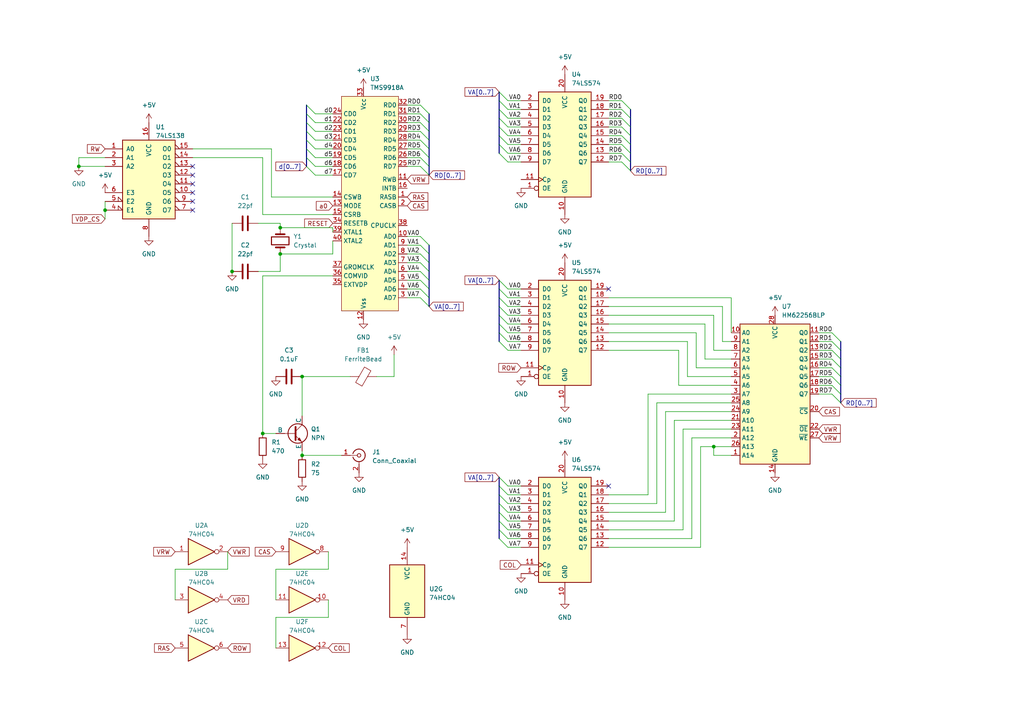
<source format=kicad_sch>
(kicad_sch (version 20230121) (generator eeschema)
  (paper "A4")
  (lib_symbols
    (symbol "74xx:74HC04"
      (property "Reference" "U" (at 0 1.27 0))
      (property "Value" "74HC04" (at 0 -1.27 0))
      (symbol "74HC04_1_0"
        (polyline (pts (xy -3.81 3.81) (xy -3.81 -3.81) (xy 3.81 0) (xy -3.81 3.81)) (stroke (width 0.254)) (fill (type background)))
        (pin input line (at -7.62 0 0) (length 3.81) (name "~") (number "1"))
        (pin output inverted (at 7.62 0 180) (length 3.81) (name "~") (number "2"))
      )
      (symbol "74HC04_2_0"
        (polyline (pts (xy -3.81 3.81) (xy -3.81 -3.81) (xy 3.81 0) (xy -3.81 3.81)) (stroke (width 0.254)) (fill (type background)))
        (pin input line (at -7.62 0 0) (length 3.81) (name "~") (number "3"))
        (pin output inverted (at 7.62 0 180) (length 3.81) (name "~") (number "4"))
      )
      (symbol "74HC04_3_0"
        (polyline (pts (xy -3.81 3.81) (xy -3.81 -3.81) (xy 3.81 0) (xy -3.81 3.81)) (stroke (width 0.254)) (fill (type background)))
        (pin input line (at -7.62 0 0) (length 3.81) (name "~") (number "5"))
        (pin output inverted (at 7.62 0 180) (length 3.81) (name "~") (number "6"))
      )
      (symbol "74HC04_4_0"
        (polyline (pts (xy -3.81 3.81) (xy -3.81 -3.81) (xy 3.81 0) (xy -3.81 3.81)) (stroke (width 0.254)) (fill (type background)))
        (pin output inverted (at 7.62 0 180) (length 3.81) (name "~") (number "8"))
        (pin input line (at -7.62 0 0) (length 3.81) (name "~") (number "9"))
      )
      (symbol "74HC04_5_0"
        (polyline (pts (xy -3.81 3.81) (xy -3.81 -3.81) (xy 3.81 0) (xy -3.81 3.81)) (stroke (width 0.254)) (fill (type background)))
        (pin output inverted (at 7.62 0 180) (length 3.81) (name "~") (number "10"))
        (pin input line (at -7.62 0 0) (length 3.81) (name "~") (number "11"))
      )
      (symbol "74HC04_6_0"
        (polyline (pts (xy -3.81 3.81) (xy -3.81 -3.81) (xy 3.81 0) (xy -3.81 3.81)) (stroke (width 0.254)) (fill (type background)))
        (pin output inverted (at 7.62 0 180) (length 3.81) (name "~") (number "12"))
        (pin input line (at -7.62 0 0) (length 3.81) (name "~") (number "13"))
      )
      (symbol "74HC04_7_0"
        (pin power_in line (at 0 12.7 270) (length 5.08) (name "VCC") (number "14"))
        (pin power_in line (at 0 -12.7 90) (length 5.08) (name "GND") (number "7"))
      )
      (symbol "74HC04_7_1"
        (rectangle (start -5.08 7.62) (end 5.08 -7.62) (stroke (width 0.254)) (fill (type background)))
      )
    )
    (symbol "74xx:74LS138" (pin_names (offset 1.016))
      (property "Reference" "U" (at -7.62 11.43 0))
      (property "Value" "74LS138" (at -7.62 -13.97 0))
      (symbol "74LS138_1_0"
        (pin input line (at -12.7 7.62 0) (length 5.08) (name "A0") (number "1"))
        (pin output output_low (at 12.7 -5.08 180) (length 5.08) (name "O5") (number "10"))
        (pin output output_low (at 12.7 -2.54 180) (length 5.08) (name "O4") (number "11"))
        (pin output output_low (at 12.7 0 180) (length 5.08) (name "O3") (number "12"))
        (pin output output_low (at 12.7 2.54 180) (length 5.08) (name "O2") (number "13"))
        (pin output output_low (at 12.7 5.08 180) (length 5.08) (name "O1") (number "14"))
        (pin output output_low (at 12.7 7.62 180) (length 5.08) (name "O0") (number "15"))
        (pin power_in line (at 0 15.24 270) (length 5.08) (name "VCC") (number "16"))
        (pin input line (at -12.7 5.08 0) (length 5.08) (name "A1") (number "2"))
        (pin input line (at -12.7 2.54 0) (length 5.08) (name "A2") (number "3"))
        (pin input input_low (at -12.7 -10.16 0) (length 5.08) (name "E1") (number "4"))
        (pin input input_low (at -12.7 -7.62 0) (length 5.08) (name "E2") (number "5"))
        (pin input line (at -12.7 -5.08 0) (length 5.08) (name "E3") (number "6"))
        (pin output output_low (at 12.7 -10.16 180) (length 5.08) (name "O7") (number "7"))
        (pin power_in line (at 0 -17.78 90) (length 5.08) (name "GND") (number "8"))
        (pin output output_low (at 12.7 -7.62 180) (length 5.08) (name "O6") (number "9"))
      )
      (symbol "74LS138_1_1"
        (rectangle (start -7.62 10.16) (end 7.62 -12.7) (stroke (width 0.254)) (fill (type background)))
      )
    )
    (symbol "74xx:74LS574" (pin_names (offset 1.016))
      (property "Reference" "U" (at -7.62 16.51 0))
      (property "Value" "74LS574" (at -7.62 -16.51 0))
      (symbol "74LS574_1_0"
        (pin input inverted (at -12.7 -12.7 0) (length 5.08) (name "OE") (number "1"))
        (pin power_in line (at 0 -20.32 90) (length 5.08) (name "GND") (number "10"))
        (pin input clock (at -12.7 -10.16 0) (length 5.08) (name "Cp") (number "11"))
        (pin tri_state line (at 12.7 -5.08 180) (length 5.08) (name "Q7") (number "12"))
        (pin tri_state line (at 12.7 -2.54 180) (length 5.08) (name "Q6") (number "13"))
        (pin tri_state line (at 12.7 0 180) (length 5.08) (name "Q5") (number "14"))
        (pin tri_state line (at 12.7 2.54 180) (length 5.08) (name "Q4") (number "15"))
        (pin tri_state line (at 12.7 5.08 180) (length 5.08) (name "Q3") (number "16"))
        (pin tri_state line (at 12.7 7.62 180) (length 5.08) (name "Q2") (number "17"))
        (pin tri_state line (at 12.7 10.16 180) (length 5.08) (name "Q1") (number "18"))
        (pin tri_state line (at 12.7 12.7 180) (length 5.08) (name "Q0") (number "19"))
        (pin input line (at -12.7 12.7 0) (length 5.08) (name "D0") (number "2"))
        (pin power_in line (at 0 20.32 270) (length 5.08) (name "VCC") (number "20"))
        (pin input line (at -12.7 10.16 0) (length 5.08) (name "D1") (number "3"))
        (pin input line (at -12.7 7.62 0) (length 5.08) (name "D2") (number "4"))
        (pin input line (at -12.7 5.08 0) (length 5.08) (name "D3") (number "5"))
        (pin input line (at -12.7 2.54 0) (length 5.08) (name "D4") (number "6"))
        (pin input line (at -12.7 0 0) (length 5.08) (name "D5") (number "7"))
        (pin input line (at -12.7 -2.54 0) (length 5.08) (name "D6") (number "8"))
        (pin input line (at -12.7 -5.08 0) (length 5.08) (name "D7") (number "9"))
      )
      (symbol "74LS574_1_1"
        (rectangle (start -7.62 15.24) (end 7.62 -15.24) (stroke (width 0.254)) (fill (type background)))
      )
    )
    (symbol "Connector:Conn_Coaxial" (pin_names (offset 1.016) hide)
      (property "Reference" "J" (at 0.254 3.048 0))
      (property "Value" "Conn_Coaxial" (at 2.921 0 90))
      (symbol "Conn_Coaxial_0_1"
        (arc (start -1.778 -0.508) (mid 0.2311 -1.8066) (end 1.778 0) (stroke (width 0.254)))
        (polyline (pts (xy -2.54 0) (xy -0.508 0)))
        (polyline (pts (xy 0 -2.54) (xy 0 -1.778)))
        (circle (center 0 0) (radius 0.508) (stroke (width 0.2032)))
        (arc (start 1.778 0) (mid 0.2099 1.8101) (end -1.778 0.508) (stroke (width 0.254)))
      )
      (symbol "Conn_Coaxial_1_1"
        (pin passive line (at -5.08 0 0) (length 2.54) (name "In") (number "1"))
        (pin passive line (at 0 -5.08 90) (length 2.54) (name "Ext") (number "2"))
      )
    )
    (symbol "Device:C" (pin_numbers hide) (pin_names (offset 0.254))
      (property "Reference" "C" (at 0.635 2.54 0))
      (property "Value" "C" (at 0.635 -2.54 0))
      (symbol "C_0_1"
        (polyline (pts (xy -2.032 -0.762) (xy 2.032 -0.762)) (stroke (width 0.508)))
        (polyline (pts (xy -2.032 0.762) (xy 2.032 0.762)) (stroke (width 0.508)))
      )
      (symbol "C_1_1"
        (pin passive line (at 0 3.81 270) (length 2.794) (name "~") (number "1"))
        (pin passive line (at 0 -3.81 90) (length 2.794) (name "~") (number "2"))
      )
    )
    (symbol "Device:Crystal" (pin_numbers hide) (pin_names (offset 1.016) hide)
      (property "Reference" "Y" (at 0 3.81 0))
      (property "Value" "Crystal" (at 0 -3.81 0))
      (symbol "Crystal_0_1"
        (rectangle (start -1.143 2.54) (end 1.143 -2.54) (stroke (width 0.3048)))
        (polyline (pts (xy -2.54 0) (xy -1.905 0)))
        (polyline (pts (xy -1.905 -1.27) (xy -1.905 1.27)) (stroke (width 0.508)))
        (polyline (pts (xy 1.905 -1.27) (xy 1.905 1.27)) (stroke (width 0.508)))
        (polyline (pts (xy 2.54 0) (xy 1.905 0)))
      )
      (symbol "Crystal_1_1"
        (pin passive line (at -3.81 0 0) (length 1.27) (name "1") (number "1"))
        (pin passive line (at 3.81 0 180) (length 1.27) (name "2") (number "2"))
      )
    )
    (symbol "Device:FerriteBead" (pin_numbers hide) (pin_names (offset 0))
      (property "Reference" "FB" (at -3.81 0.635 90))
      (property "Value" "FerriteBead" (at 3.81 0 90))
      (symbol "FerriteBead_0_1"
        (polyline (pts (xy 0 -1.27) (xy 0 -1.2192)))
        (polyline (pts (xy 0 1.27) (xy 0 1.2954)))
        (polyline (pts (xy -2.7686 0.4064) (xy -1.7018 2.2606) (xy 2.7686 -0.3048) (xy 1.6764 -2.159) (xy -2.7686 0.4064)))
      )
      (symbol "FerriteBead_1_1"
        (pin passive line (at 0 3.81 270) (length 2.54) (name "~") (number "1"))
        (pin passive line (at 0 -3.81 90) (length 2.54) (name "~") (number "2"))
      )
    )
    (symbol "Device:R" (pin_numbers hide) (pin_names (offset 0))
      (property "Reference" "R" (at 2.032 0 90))
      (property "Value" "R" (at 0 0 90))
      (symbol "R_0_1"
        (rectangle (start -1.016 -2.54) (end 1.016 2.54) (stroke (width 0.254)))
      )
      (symbol "R_1_1"
        (pin passive line (at 0 3.81 270) (length 1.27) (name "~") (number "1"))
        (pin passive line (at 0 -3.81 90) (length 1.27) (name "~") (number "2"))
      )
    )
    (symbol "GraphicsLibrary:TMS9918A"
      (property "Reference" "U" (at 0 30.48 0))
      (property "Value" "TMS9918A" (at 0.635 28.575 0))
      (symbol "TMS9918A_0_0"
        (text "" (at 8.89 -6.35 0) (effects (font (size 1.27 1.27))))
      )
      (symbol "TMS9918A_0_1"
        (rectangle (start -6.35 22.86) (end 10.16 -39.37) (fill (type background)))
      )
      (symbol "TMS9918A_1_0"
        (pin input line (at -8.89 -19.05 0) (length 2.54) (name "XTAL2") (number "40"))
      )
      (symbol "TMS9918A_1_1"
        (pin output line (at 12.7 -6.35 180) (length 2.54) (name "RASB") (number "1"))
        (pin output line (at 12.7 -17.78 180) (length 2.54) (name "AD0") (number "10"))
        (pin output line (at 12.7 -1.27 180) (length 2.54) (name "RWB") (number "11"))
        (pin power_in line (at 0 -41.91 90) (length 2.54) (name "Vss") (number "12"))
        (pin input line (at -8.89 -8.89 0) (length 2.54) (name "MODE") (number "13"))
        (pin input line (at -8.89 -6.35 0) (length 2.54) (name "CSWB") (number "14"))
        (pin input line (at -8.89 -11.43 0) (length 2.54) (name "CSRB") (number "15"))
        (pin output line (at 12.7 -3.81 180) (length 2.54) (name "INTB") (number "16"))
        (pin bidirectional line (at -8.89 0 0) (length 2.54) (name "CD7") (number "17"))
        (pin bidirectional line (at -8.89 2.54 0) (length 2.54) (name "CD6") (number "18"))
        (pin bidirectional line (at -8.89 5.08 0) (length 2.54) (name "CD5") (number "19"))
        (pin output line (at 12.7 -8.89 180) (length 2.54) (name "CASB") (number "2"))
        (pin bidirectional line (at -8.89 7.62 0) (length 2.54) (name "CD4") (number "20"))
        (pin bidirectional line (at -8.89 10.16 0) (length 2.54) (name "CD3") (number "21"))
        (pin bidirectional line (at -8.89 15.24 0) (length 2.54) (name "CD2") (number "22"))
        (pin bidirectional line (at -8.89 12.7 0) (length 2.54) (name "CD1") (number "23"))
        (pin bidirectional line (at -8.89 17.78 0) (length 2.54) (name "CD0") (number "24"))
        (pin input line (at 12.7 2.54 180) (length 2.54) (name "RD7") (number "25"))
        (pin input line (at 12.7 5.08 180) (length 2.54) (name "RD6") (number "26"))
        (pin input line (at 12.7 7.62 180) (length 2.54) (name "RD5") (number "27"))
        (pin input line (at 12.7 10.16 180) (length 2.54) (name "RD4") (number "28"))
        (pin input line (at 12.7 12.7 180) (length 2.54) (name "RD3") (number "29"))
        (pin output line (at 12.7 -35.56 180) (length 2.54) (name "AD7") (number "3"))
        (pin input line (at 12.7 15.24 180) (length 2.54) (name "RD2") (number "30"))
        (pin input line (at 12.7 17.78 180) (length 2.54) (name "RD1") (number "31"))
        (pin input line (at 12.7 20.32 180) (length 2.54) (name "RD0") (number "32"))
        (pin power_in line (at 0 25.4 270) (length 2.54) (name "Vcc") (number "33"))
        (pin input line (at -8.89 -13.97 0) (length 2.54) (name "RESETB") (number "34"))
        (pin bidirectional line (at -8.89 -31.75 0) (length 2.54) (name "EXTVDP") (number "35"))
        (pin output line (at -8.89 -29.21 0) (length 2.54) (name "COMVID") (number "36"))
        (pin output line (at -8.89 -26.67 0) (length 2.54) (name "GROMCLK") (number "37"))
        (pin output line (at 12.7 -14.605 180) (length 2.54) (name "CPUCLK") (number "38"))
        (pin input line (at -8.89 -16.51 0) (length 2.54) (name "XTAL1") (number "39"))
        (pin output line (at 12.7 -33.02 180) (length 2.54) (name "AD6") (number "4"))
        (pin output line (at 12.7 -30.48 180) (length 2.54) (name "AD5") (number "5"))
        (pin output line (at 12.7 -27.94 180) (length 2.54) (name "AD4") (number "6"))
        (pin output line (at 12.7 -25.4 180) (length 2.54) (name "AD3") (number "7"))
        (pin output line (at 12.7 -22.86 180) (length 2.54) (name "AD2") (number "8"))
        (pin output line (at 12.7 -20.32 180) (length 2.54) (name "AD1") (number "9"))
      )
    )
    (symbol "Memory_RAM:HM62256BLP"
      (property "Reference" "U" (at -10.16 20.955 0))
      (property "Value" "HM62256BLP" (at 2.54 20.955 0))
      (symbol "HM62256BLP_0_0"
        (pin power_in line (at 0 -22.86 90) (length 2.54) (name "GND") (number "14"))
        (pin power_in line (at 0 22.86 270) (length 2.54) (name "VCC") (number "28"))
      )
      (symbol "HM62256BLP_0_1"
        (rectangle (start -10.16 20.32) (end 10.16 -20.32) (stroke (width 0.254)) (fill (type background)))
      )
      (symbol "HM62256BLP_1_1"
        (pin input line (at -12.7 -17.78 0) (length 2.54) (name "A14") (number "1"))
        (pin input line (at -12.7 17.78 0) (length 2.54) (name "A0") (number "10"))
        (pin tri_state line (at 12.7 17.78 180) (length 2.54) (name "Q0") (number "11"))
        (pin tri_state line (at 12.7 15.24 180) (length 2.54) (name "Q1") (number "12"))
        (pin tri_state line (at 12.7 12.7 180) (length 2.54) (name "Q2") (number "13"))
        (pin tri_state line (at 12.7 10.16 180) (length 2.54) (name "Q3") (number "15"))
        (pin tri_state line (at 12.7 7.62 180) (length 2.54) (name "Q4") (number "16"))
        (pin tri_state line (at 12.7 5.08 180) (length 2.54) (name "Q5") (number "17"))
        (pin tri_state line (at 12.7 2.54 180) (length 2.54) (name "Q6") (number "18"))
        (pin tri_state line (at 12.7 0 180) (length 2.54) (name "Q7") (number "19"))
        (pin input line (at -12.7 -12.7 0) (length 2.54) (name "A12") (number "2"))
        (pin input line (at 12.7 -5.08 180) (length 2.54) (name "~{CS}") (number "20"))
        (pin input line (at -12.7 -7.62 0) (length 2.54) (name "A10") (number "21"))
        (pin input line (at 12.7 -10.16 180) (length 2.54) (name "~{OE}") (number "22"))
        (pin input line (at -12.7 -10.16 0) (length 2.54) (name "A11") (number "23"))
        (pin input line (at -12.7 -5.08 0) (length 2.54) (name "A9") (number "24"))
        (pin input line (at -12.7 -2.54 0) (length 2.54) (name "A8") (number "25"))
        (pin input line (at -12.7 -15.24 0) (length 2.54) (name "A13") (number "26"))
        (pin input line (at 12.7 -12.7 180) (length 2.54) (name "~{WE}") (number "27"))
        (pin input line (at -12.7 0 0) (length 2.54) (name "A7") (number "3"))
        (pin input line (at -12.7 2.54 0) (length 2.54) (name "A6") (number "4"))
        (pin input line (at -12.7 5.08 0) (length 2.54) (name "A5") (number "5"))
        (pin input line (at -12.7 7.62 0) (length 2.54) (name "A4") (number "6"))
        (pin input line (at -12.7 10.16 0) (length 2.54) (name "A3") (number "7"))
        (pin input line (at -12.7 12.7 0) (length 2.54) (name "A2") (number "8"))
        (pin input line (at -12.7 15.24 0) (length 2.54) (name "A1") (number "9"))
      )
    )
    (symbol "Simulation_SPICE:NPN" (pin_numbers hide) (pin_names (offset 0))
      (property "Reference" "Q" (at -2.54 7.62 0))
      (property "Value" "NPN" (at -2.54 5.08 0))
      (symbol "NPN_0_1"
        (polyline (pts (xy -2.54 0) (xy 0.635 0)) (stroke (width 0.1524)))
        (polyline (pts (xy 0.635 0.635) (xy 2.54 2.54)))
        (polyline (pts (xy 2.794 -1.27) (xy 2.794 -1.27)) (stroke (width 0.1524)))
        (polyline (pts (xy 2.794 -1.27) (xy 2.794 -1.27)) (stroke (width 0.1524)))
        (polyline (pts (xy 0.635 -0.635) (xy 2.54 -2.54) (xy 2.54 -2.54)))
        (polyline (pts (xy 0.635 1.905) (xy 0.635 -1.905) (xy 0.635 -1.905)) (stroke (width 0.508)))
        (polyline (pts (xy 1.27 -1.778) (xy 1.778 -1.27) (xy 2.286 -2.286) (xy 1.27 -1.778) (xy 1.27 -1.778)) (fill (type outline)))
        (circle (center 1.27 0) (radius 2.8194) (stroke (width 0.254)))
      )
      (symbol "NPN_1_1"
        (pin open_collector line (at 2.54 5.08 270) (length 2.54) (name "C") (number "1"))
        (pin input line (at -5.08 0 0) (length 2.54) (name "B") (number "2"))
        (pin open_emitter line (at 2.54 -5.08 90) (length 2.54) (name "E") (number "3"))
      )
    )
    (symbol "power:+5V" (power) (pin_names (offset 0))
      (property "Value" "+5V" (at 0 3.556 0))
      (symbol "+5V_0_1"
        (polyline (pts (xy -0.762 1.27) (xy 0 2.54)))
        (polyline (pts (xy 0 0) (xy 0 2.54)))
        (polyline (pts (xy 0 2.54) (xy 0.762 1.27)))
      )
      (symbol "+5V_1_1"
        (pin power_in line (at 0 0 90) (length 0) hide (name "+5V") (number "1"))
      )
    )
    (symbol "power:GND" (power) (pin_names (offset 0))
      (property "Value" "GND" (at 0 -3.81 0))
      (symbol "GND_0_1"
        (polyline (pts (xy 0 0) (xy 0 -1.27) (xy 1.27 -1.27) (xy 0 -2.54) (xy -1.27 -1.27) (xy 0 -1.27)))
      )
      (symbol "GND_1_1"
        (pin power_in line (at 0 0 270) (length 0) hide (name "GND") (number "1"))
      )
    )
  )
  (junction (at 207.01 129.54))
  (junction (at 67.31 78.74))
  (junction (at 30.48 60.96))
  (junction (at 81.28 66.04))
  (junction (at 81.28 73.66))
  (junction (at 22.86 48.26))
  (junction (at 87.63 109.22))
  (junction (at 76.2 125.73))
  (junction (at 87.63 132.08))
  (no_connect (at 55.88 60.96))
  (no_connect (at 55.88 53.34))
  (no_connect (at 55.88 58.42))
  (no_connect (at 55.88 48.26))
  (no_connect (at 55.88 55.88))
  (no_connect (at 176.53 83.82))
  (no_connect (at 55.88 50.8))
  (no_connect (at 176.53 140.97))
  (bus_entry (at 147.32 146.05) (size -2.54 -2.54))
  (bus_entry (at 147.32 101.6) (size -2.54 -2.54))
  (bus_entry (at 121.92 33.02) (size 2.54 2.54))
  (bus_entry (at 147.32 96.52) (size -2.54 -2.54))
  (bus_entry (at 147.32 91.44) (size -2.54 -2.54))
  (bus_entry (at 147.32 148.59) (size -2.54 -2.54))
  (bus_entry (at 121.92 30.48) (size 2.54 2.54))
  (bus_entry (at 121.92 78.74) (size 2.54 2.54))
  (bus_entry (at 241.3 114.3) (size 2.54 2.54))
  (bus_entry (at 121.92 48.26) (size 2.54 2.54))
  (bus_entry (at 241.3 111.76) (size 2.54 2.54))
  (bus_entry (at 147.32 31.75) (size -2.54 -2.54))
  (bus_entry (at 147.32 88.9) (size -2.54 -2.54))
  (bus_entry (at 88.9 43.18) (size 2.54 2.54))
  (bus_entry (at 88.9 48.26) (size 2.54 2.54))
  (bus_entry (at 147.32 93.98) (size -2.54 -2.54))
  (bus_entry (at 121.92 45.72) (size 2.54 2.54))
  (bus_entry (at 121.92 38.1) (size 2.54 2.54))
  (bus_entry (at 88.9 35.56) (size 2.54 2.54))
  (bus_entry (at 147.32 46.99) (size -2.54 -2.54))
  (bus_entry (at 88.9 38.1) (size 2.54 2.54))
  (bus_entry (at 121.92 68.58) (size 2.54 2.54))
  (bus_entry (at 147.32 151.13) (size -2.54 -2.54))
  (bus_entry (at 241.3 109.22) (size 2.54 2.54))
  (bus_entry (at 147.32 83.82) (size -2.54 -2.54))
  (bus_entry (at 121.92 86.36) (size 2.54 2.54))
  (bus_entry (at 180.34 44.45) (size 2.54 2.54))
  (bus_entry (at 88.9 40.64) (size 2.54 2.54))
  (bus_entry (at 180.34 29.21) (size 2.54 2.54))
  (bus_entry (at 147.32 99.06) (size -2.54 -2.54))
  (bus_entry (at 147.32 140.97) (size -2.54 -2.54))
  (bus_entry (at 180.34 31.75) (size 2.54 2.54))
  (bus_entry (at 147.32 158.75) (size -2.54 -2.54))
  (bus_entry (at 147.32 143.51) (size -2.54 -2.54))
  (bus_entry (at 147.32 86.36) (size -2.54 -2.54))
  (bus_entry (at 147.32 153.67) (size -2.54 -2.54))
  (bus_entry (at 180.34 39.37) (size 2.54 2.54))
  (bus_entry (at 241.3 99.06) (size 2.54 2.54))
  (bus_entry (at 180.34 34.29) (size 2.54 2.54))
  (bus_entry (at 121.92 43.18) (size 2.54 2.54))
  (bus_entry (at 147.32 29.21) (size -2.54 -2.54))
  (bus_entry (at 88.9 45.72) (size 2.54 2.54))
  (bus_entry (at 121.92 35.56) (size 2.54 2.54))
  (bus_entry (at 241.3 101.6) (size 2.54 2.54))
  (bus_entry (at 147.32 44.45) (size -2.54 -2.54))
  (bus_entry (at 88.9 33.02) (size 2.54 2.54))
  (bus_entry (at 121.92 73.66) (size 2.54 2.54))
  (bus_entry (at 147.32 39.37) (size -2.54 -2.54))
  (bus_entry (at 241.3 106.68) (size 2.54 2.54))
  (bus_entry (at 241.3 104.14) (size 2.54 2.54))
  (bus_entry (at 147.32 156.21) (size -2.54 -2.54))
  (bus_entry (at 121.92 71.12) (size 2.54 2.54))
  (bus_entry (at 180.34 36.83) (size 2.54 2.54))
  (bus_entry (at 121.92 76.2) (size 2.54 2.54))
  (bus_entry (at 180.34 41.91) (size 2.54 2.54))
  (bus_entry (at 147.32 36.83) (size -2.54 -2.54))
  (bus_entry (at 121.92 83.82) (size 2.54 2.54))
  (bus_entry (at 121.92 81.28) (size 2.54 2.54))
  (bus_entry (at 147.32 34.29) (size -2.54 -2.54))
  (bus_entry (at 241.3 96.52) (size 2.54 2.54))
  (bus_entry (at 88.9 30.48) (size 2.54 2.54))
  (bus_entry (at 180.34 46.99) (size 2.54 2.54))
  (bus_entry (at 147.32 41.91) (size -2.54 -2.54))
  (bus_entry (at 121.92 40.64) (size 2.54 2.54))
  (wire (pts (xy 199.39 109.22) (xy 199.39 99.06)))
  (wire (pts (xy 118.11 45.72) (xy 121.92 45.72)))
  (bus (pts (xy 144.78 96.52) (xy 144.78 93.98)))
  (wire (pts (xy 80.01 165.1) (xy 80.01 173.99)))
  (bus (pts (xy 124.46 45.72) (xy 124.46 48.26)))
  (wire (pts (xy 151.13 34.29) (xy 147.32 34.29)))
  (wire (pts (xy 200.66 156.21) (xy 200.66 127)))
  (wire (pts (xy 237.49 101.6) (xy 241.3 101.6)))
  (wire (pts (xy 114.3 109.22) (xy 114.3 102.87)))
  (wire (pts (xy 176.53 44.45) (xy 180.34 44.45)))
  (bus (pts (xy 144.78 83.82) (xy 144.78 81.28)))
  (bus (pts (xy 144.78 36.83) (xy 144.78 34.29)))
  (wire (pts (xy 81.28 64.77) (xy 81.28 66.04)))
  (bus (pts (xy 124.46 40.64) (xy 124.46 43.18)))
  (wire (pts (xy 237.49 99.06) (xy 241.3 99.06)))
  (wire (pts (xy 176.53 29.21) (xy 180.34 29.21)))
  (wire (pts (xy 176.53 46.99) (xy 180.34 46.99)))
  (bus (pts (xy 88.9 43.18) (xy 88.9 45.72)))
  (wire (pts (xy 30.48 60.96) (xy 30.48 63.5)))
  (bus (pts (xy 144.78 41.91) (xy 144.78 39.37)))
  (bus (pts (xy 124.46 76.2) (xy 124.46 78.74)))
  (wire (pts (xy 176.53 156.21) (xy 200.66 156.21)))
  (wire (pts (xy 118.11 40.64) (xy 121.92 40.64)))
  (wire (pts (xy 76.2 62.23) (xy 76.2 45.72)))
  (bus (pts (xy 88.9 40.64) (xy 88.9 43.18)))
  (wire (pts (xy 204.47 93.98) (xy 176.53 93.98)))
  (wire (pts (xy 96.52 62.23) (xy 76.2 62.23)))
  (wire (pts (xy 176.53 31.75) (xy 180.34 31.75)))
  (wire (pts (xy 118.11 48.26) (xy 121.92 48.26)))
  (wire (pts (xy 187.96 114.3) (xy 212.09 114.3)))
  (wire (pts (xy 237.49 96.52) (xy 241.3 96.52)))
  (wire (pts (xy 151.13 31.75) (xy 147.32 31.75)))
  (bus (pts (xy 88.9 30.48) (xy 88.9 33.02)))
  (bus (pts (xy 124.46 33.02) (xy 124.46 35.56)))
  (wire (pts (xy 203.2 129.54) (xy 207.01 129.54)))
  (wire (pts (xy 151.13 44.45) (xy 147.32 44.45)))
  (bus (pts (xy 144.78 143.51) (xy 144.78 140.97)))
  (wire (pts (xy 212.09 101.6) (xy 207.01 101.6)))
  (wire (pts (xy 209.55 88.9) (xy 176.53 88.9)))
  (wire (pts (xy 87.63 132.08) (xy 87.63 130.81)))
  (wire (pts (xy 237.49 106.68) (xy 241.3 106.68)))
  (wire (pts (xy 66.04 160.02) (xy 66.04 165.1)))
  (wire (pts (xy 198.12 124.46) (xy 212.09 124.46)))
  (wire (pts (xy 96.52 73.66) (xy 96.52 69.85)))
  (wire (pts (xy 212.09 111.76) (xy 196.85 111.76)))
  (bus (pts (xy 88.9 33.02) (xy 88.9 35.56)))
  (wire (pts (xy 109.22 109.22) (xy 114.3 109.22)))
  (bus (pts (xy 124.46 83.82) (xy 124.46 86.36)))
  (wire (pts (xy 81.28 78.74) (xy 81.28 73.66)))
  (wire (pts (xy 203.2 158.75) (xy 203.2 129.54)))
  (wire (pts (xy 198.12 153.67) (xy 198.12 124.46)))
  (wire (pts (xy 193.04 119.38) (xy 212.09 119.38)))
  (bus (pts (xy 144.78 156.21) (xy 144.78 153.67)))
  (wire (pts (xy 95.25 173.99) (xy 95.25 179.07)))
  (bus (pts (xy 182.88 31.75) (xy 182.88 34.29)))
  (wire (pts (xy 176.53 158.75) (xy 203.2 158.75)))
  (wire (pts (xy 151.13 101.6) (xy 147.32 101.6)))
  (wire (pts (xy 118.11 43.18) (xy 121.92 43.18)))
  (wire (pts (xy 91.44 40.64) (xy 96.52 40.64)))
  (wire (pts (xy 78.74 57.15) (xy 78.74 43.18)))
  (bus (pts (xy 88.9 38.1) (xy 88.9 40.64)))
  (wire (pts (xy 81.28 66.04) (xy 96.52 66.04)))
  (wire (pts (xy 81.28 73.66) (xy 96.52 73.66)))
  (bus (pts (xy 144.78 34.29) (xy 144.78 31.75)))
  (bus (pts (xy 182.88 39.37) (xy 182.88 41.91)))
  (wire (pts (xy 187.96 143.51) (xy 187.96 114.3)))
  (bus (pts (xy 182.88 34.29) (xy 182.88 36.83)))
  (wire (pts (xy 118.11 38.1) (xy 121.92 38.1)))
  (bus (pts (xy 182.88 36.83) (xy 182.88 39.37)))
  (bus (pts (xy 144.78 146.05) (xy 144.78 143.51)))
  (wire (pts (xy 151.13 91.44) (xy 147.32 91.44)))
  (wire (pts (xy 67.31 64.77) (xy 67.31 78.74)))
  (wire (pts (xy 87.63 120.65) (xy 87.63 109.22)))
  (bus (pts (xy 144.78 31.75) (xy 144.78 29.21)))
  (wire (pts (xy 118.11 76.2) (xy 121.92 76.2)))
  (wire (pts (xy 151.13 46.99) (xy 147.32 46.99)))
  (wire (pts (xy 95.25 165.1) (xy 80.01 165.1)))
  (bus (pts (xy 243.84 114.3) (xy 243.84 116.84)))
  (bus (pts (xy 88.9 35.56) (xy 88.9 38.1)))
  (bus (pts (xy 243.84 109.22) (xy 243.84 111.76)))
  (wire (pts (xy 96.52 66.04) (xy 96.52 67.31)))
  (wire (pts (xy 151.13 39.37) (xy 147.32 39.37)))
  (wire (pts (xy 91.44 35.56) (xy 96.52 35.56)))
  (wire (pts (xy 151.13 93.98) (xy 147.32 93.98)))
  (wire (pts (xy 76.2 45.72) (xy 55.88 45.72)))
  (bus (pts (xy 243.84 104.14) (xy 243.84 106.68)))
  (bus (pts (xy 144.78 39.37) (xy 144.78 36.83)))
  (wire (pts (xy 91.44 50.8) (xy 96.52 50.8)))
  (wire (pts (xy 237.49 114.3) (xy 241.3 114.3)))
  (wire (pts (xy 91.44 43.18) (xy 96.52 43.18)))
  (bus (pts (xy 182.88 41.91) (xy 182.88 44.45)))
  (wire (pts (xy 207.01 132.08) (xy 207.01 129.54)))
  (wire (pts (xy 176.53 86.36) (xy 212.09 86.36)))
  (wire (pts (xy 176.53 153.67) (xy 198.12 153.67)))
  (wire (pts (xy 151.13 83.82) (xy 147.32 83.82)))
  (wire (pts (xy 207.01 129.54) (xy 212.09 129.54)))
  (wire (pts (xy 87.63 132.08) (xy 99.06 132.08)))
  (bus (pts (xy 243.84 106.68) (xy 243.84 109.22)))
  (wire (pts (xy 207.01 101.6) (xy 207.01 91.44)))
  (wire (pts (xy 176.53 39.37) (xy 180.34 39.37)))
  (wire (pts (xy 195.58 151.13) (xy 195.58 121.92)))
  (wire (pts (xy 151.13 146.05) (xy 147.32 146.05)))
  (wire (pts (xy 176.53 34.29) (xy 180.34 34.29)))
  (wire (pts (xy 91.44 45.72) (xy 96.52 45.72)))
  (wire (pts (xy 151.13 29.21) (xy 147.32 29.21)))
  (bus (pts (xy 124.46 35.56) (xy 124.46 38.1)))
  (wire (pts (xy 237.49 109.22) (xy 241.3 109.22)))
  (wire (pts (xy 212.09 99.06) (xy 209.55 99.06)))
  (wire (pts (xy 118.11 30.48) (xy 121.92 30.48)))
  (bus (pts (xy 182.88 46.99) (xy 182.88 49.53)))
  (bus (pts (xy 124.46 43.18) (xy 124.46 45.72)))
  (bus (pts (xy 144.78 44.45) (xy 144.78 41.91)))
  (wire (pts (xy 176.53 36.83) (xy 180.34 36.83)))
  (wire (pts (xy 212.09 86.36) (xy 212.09 96.52)))
  (bus (pts (xy 243.84 99.06) (xy 243.84 101.6)))
  (bus (pts (xy 144.78 151.13) (xy 144.78 148.59)))
  (wire (pts (xy 176.53 143.51) (xy 187.96 143.51)))
  (bus (pts (xy 88.9 45.72) (xy 88.9 48.26)))
  (wire (pts (xy 151.13 151.13) (xy 147.32 151.13)))
  (wire (pts (xy 151.13 156.21) (xy 147.32 156.21)))
  (wire (pts (xy 237.49 104.14) (xy 241.3 104.14)))
  (wire (pts (xy 80.01 179.07) (xy 80.01 187.96)))
  (bus (pts (xy 124.46 48.26) (xy 124.46 50.8)))
  (wire (pts (xy 118.11 35.56) (xy 121.92 35.56)))
  (bus (pts (xy 243.84 111.76) (xy 243.84 114.3)))
  (wire (pts (xy 96.52 57.15) (xy 78.74 57.15)))
  (wire (pts (xy 95.25 160.02) (xy 95.25 165.1)))
  (wire (pts (xy 118.11 86.36) (xy 121.92 86.36)))
  (wire (pts (xy 196.85 111.76) (xy 196.85 101.6)))
  (wire (pts (xy 199.39 99.06) (xy 176.53 99.06)))
  (wire (pts (xy 151.13 148.59) (xy 147.32 148.59)))
  (wire (pts (xy 118.11 68.58) (xy 121.92 68.58)))
  (wire (pts (xy 207.01 91.44) (xy 176.53 91.44)))
  (wire (pts (xy 91.44 48.26) (xy 96.52 48.26)))
  (wire (pts (xy 212.09 104.14) (xy 204.47 104.14)))
  (bus (pts (xy 144.78 148.59) (xy 144.78 146.05)))
  (wire (pts (xy 209.55 99.06) (xy 209.55 88.9)))
  (wire (pts (xy 91.44 38.1) (xy 96.52 38.1)))
  (wire (pts (xy 118.11 83.82) (xy 121.92 83.82)))
  (wire (pts (xy 212.09 109.22) (xy 199.39 109.22)))
  (wire (pts (xy 151.13 140.97) (xy 147.32 140.97)))
  (wire (pts (xy 78.74 43.18) (xy 55.88 43.18)))
  (wire (pts (xy 176.53 146.05) (xy 190.5 146.05)))
  (bus (pts (xy 144.78 153.67) (xy 144.78 151.13)))
  (wire (pts (xy 30.48 45.72) (xy 22.86 45.72)))
  (bus (pts (xy 144.78 29.21) (xy 144.78 26.67)))
  (wire (pts (xy 118.11 33.02) (xy 121.92 33.02)))
  (bus (pts (xy 124.46 73.66) (xy 124.46 76.2)))
  (wire (pts (xy 118.11 73.66) (xy 121.92 73.66)))
  (wire (pts (xy 237.49 111.76) (xy 241.3 111.76)))
  (bus (pts (xy 124.46 38.1) (xy 124.46 40.64)))
  (wire (pts (xy 176.53 151.13) (xy 195.58 151.13)))
  (bus (pts (xy 182.88 44.45) (xy 182.88 46.99)))
  (bus (pts (xy 144.78 140.97) (xy 144.78 138.43)))
  (wire (pts (xy 190.5 146.05) (xy 190.5 116.84)))
  (bus (pts (xy 144.78 86.36) (xy 144.78 83.82)))
  (wire (pts (xy 91.44 33.02) (xy 96.52 33.02)))
  (bus (pts (xy 144.78 88.9) (xy 144.78 86.36)))
  (wire (pts (xy 204.47 104.14) (xy 204.47 93.98)))
  (bus (pts (xy 144.78 91.44) (xy 144.78 88.9)))
  (wire (pts (xy 196.85 101.6) (xy 176.53 101.6)))
  (wire (pts (xy 76.2 80.01) (xy 76.2 125.73)))
  (wire (pts (xy 212.09 132.08) (xy 207.01 132.08)))
  (wire (pts (xy 30.48 58.42) (xy 30.48 60.96)))
  (wire (pts (xy 193.04 148.59) (xy 193.04 119.38)))
  (wire (pts (xy 151.13 143.51) (xy 147.32 143.51)))
  (bus (pts (xy 124.46 81.28) (xy 124.46 83.82)))
  (wire (pts (xy 195.58 121.92) (xy 212.09 121.92)))
  (wire (pts (xy 87.63 109.22) (xy 101.6 109.22)))
  (wire (pts (xy 151.13 41.91) (xy 147.32 41.91)))
  (wire (pts (xy 151.13 36.83) (xy 147.32 36.83)))
  (wire (pts (xy 95.25 179.07) (xy 80.01 179.07)))
  (wire (pts (xy 200.66 127) (xy 212.09 127)))
  (wire (pts (xy 151.13 153.67) (xy 147.32 153.67)))
  (wire (pts (xy 190.5 116.84) (xy 212.09 116.84)))
  (wire (pts (xy 76.2 125.73) (xy 80.01 125.73)))
  (bus (pts (xy 124.46 71.12) (xy 124.46 73.66)))
  (bus (pts (xy 144.78 99.06) (xy 144.78 96.52)))
  (wire (pts (xy 151.13 88.9) (xy 147.32 88.9)))
  (bus (pts (xy 144.78 93.98) (xy 144.78 91.44)))
  (wire (pts (xy 50.8 165.1) (xy 50.8 173.99)))
  (wire (pts (xy 118.11 78.74) (xy 121.92 78.74)))
  (wire (pts (xy 118.11 81.28) (xy 121.92 81.28)))
  (wire (pts (xy 22.86 48.26) (xy 30.48 48.26)))
  (wire (pts (xy 176.53 41.91) (xy 180.34 41.91)))
  (wire (pts (xy 118.11 71.12) (xy 121.92 71.12)))
  (wire (pts (xy 201.93 96.52) (xy 176.53 96.52)))
  (wire (pts (xy 151.13 158.75) (xy 147.32 158.75)))
  (wire (pts (xy 66.04 165.1) (xy 50.8 165.1)))
  (bus (pts (xy 124.46 86.36) (xy 124.46 88.9)))
  (bus (pts (xy 124.46 78.74) (xy 124.46 81.28)))
  (wire (pts (xy 22.86 45.72) (xy 22.86 48.26)))
  (wire (pts (xy 212.09 106.68) (xy 201.93 106.68)))
  (wire (pts (xy 74.93 64.77) (xy 81.28 64.77)))
  (bus (pts (xy 243.84 101.6) (xy 243.84 104.14)))
  (wire (pts (xy 151.13 86.36) (xy 147.32 86.36)))
  (wire (pts (xy 151.13 96.52) (xy 147.32 96.52)))
  (wire (pts (xy 201.93 106.68) (xy 201.93 96.52)))
  (wire (pts (xy 96.52 80.01) (xy 76.2 80.01)))
  (wire (pts (xy 151.13 99.06) (xy 147.32 99.06)))
  (wire (pts (xy 74.93 78.74) (xy 81.28 78.74)))
  (wire (pts (xy 176.53 148.59) (xy 193.04 148.59)))
  (label "VA0" (at 118.11 68.58 0))
  (label "VA3" (at 151.13 36.83 180))
  (label "RD2" (at 176.53 34.29 0))
  (label "VA2" (at 118.11 73.66 0))
  (label "d1" (at 93.98 35.56 0))
  (label "RD3" (at 118.11 38.1 0))
  (label "VA5" (at 118.11 81.28 0))
  (label "VA4" (at 151.13 151.13 180))
  (label "RD0" (at 237.49 96.52 0))
  (label "d6" (at 93.98 48.26 0))
  (label "VA1" (at 151.13 86.36 180))
  (label "RD1" (at 237.49 99.06 0))
  (label "VA5" (at 151.13 153.67 180))
  (label "VA4" (at 118.11 78.74 0))
  (label "RD7" (at 237.49 114.3 0))
  (label "VA0" (at 151.13 140.97 180))
  (label "RD5" (at 237.49 109.22 0))
  (label "VA4" (at 151.13 93.98 180))
  (label "VA5" (at 151.13 96.52 180))
  (label "VA6" (at 151.13 99.06 180))
  (label "d4" (at 93.98 43.18 0))
  (label "VA4" (at 151.13 39.37 180))
  (label "d5" (at 93.98 45.72 0))
  (label "VA0" (at 151.13 29.21 180))
  (label "VA7" (at 151.13 158.75 180))
  (label "d7" (at 93.98 50.8 0))
  (label "VA3" (at 118.11 76.2 0))
  (label "VA2" (at 151.13 88.9 180))
  (label "RD2" (at 237.49 101.6 0))
  (label "RD6" (at 118.11 45.72 0))
  (label "RD4" (at 237.49 106.68 0))
  (label "VA6" (at 118.11 83.82 0))
  (label "VA1" (at 151.13 31.75 180))
  (label "d2" (at 93.98 38.1 0))
  (label "RD2" (at 118.11 35.56 0))
  (label "RD3" (at 237.49 104.14 0))
  (label "RD6" (at 237.49 111.76 0))
  (label "RD0" (at 176.53 29.21 0))
  (label "RD4" (at 118.11 40.64 0))
  (label "d3" (at 93.98 40.64 0))
  (label "VA7" (at 118.11 86.36 0))
  (label "VA5" (at 151.13 41.91 180))
  (label "RD7" (at 176.53 46.99 0))
  (label "VA3" (at 151.13 148.59 180))
  (label "VA1" (at 151.13 143.51 180))
  (label "VA6" (at 151.13 156.21 180))
  (label "VA2" (at 151.13 34.29 180))
  (label "VA6" (at 151.13 44.45 180))
  (label "RD4" (at 176.53 39.37 0))
  (label "VA2" (at 151.13 146.05 180))
  (label "d0" (at 93.98 33.02 0))
  (label "RD0" (at 118.11 30.48 0))
  (label "RD6" (at 176.53 44.45 0))
  (label "RD1" (at 176.53 31.75 0))
  (label "RD5" (at 118.11 43.18 0))
  (label "VA0" (at 151.13 83.82 180))
  (label "VA7" (at 151.13 46.99 180))
  (label "VA1" (at 118.11 71.12 0))
  (label "RD1" (at 118.11 33.02 0))
  (label "RD3" (at 176.53 36.83 0))
  (label "RD7" (at 118.11 48.26 0))
  (label "VA7" (at 151.13 101.6 180))
  (label "RD5" (at 176.53 41.91 0))
  (label "VA3" (at 151.13 91.44 180))
  (global_label "VA[0..7]" (shape input) (at 144.78 26.67 180) (property "Intersheetrefs" "${INTERSHEET_REFS}" (effects hide)))
  (global_label "d[0..7]" (shape input) (at 88.9 48.26 180) (property "Intersheetrefs" "${INTERSHEET_REFS}" (effects hide)))
  (global_label "VWR" (shape input) (at 237.49 124.46 0) (property "Intersheetrefs" "${INTERSHEET_REFS}" (effects hide)))
  (global_label "RESET" (shape input) (at 96.52 64.77 180) (property "Intersheetrefs" "${INTERSHEET_REFS}" (effects hide)))
  (global_label "CAS" (shape input) (at 118.11 59.69 0) (property "Intersheetrefs" "${INTERSHEET_REFS}" (effects hide)))
  (global_label "VA[0..7]" (shape input) (at 144.78 81.28 180) (property "Intersheetrefs" "${INTERSHEET_REFS}" (effects hide)))
  (global_label "RAS" (shape input) (at 118.11 57.15 0) (property "Intersheetrefs" "${INTERSHEET_REFS}" (effects hide)))
  (global_label "VA[0..7]" (shape input) (at 124.46 88.9 0) (property "Intersheetrefs" "${INTERSHEET_REFS}" (effects hide)))
  (global_label "RAS" (shape input) (at 50.8 187.96 180) (property "Intersheetrefs" "${INTERSHEET_REFS}" (effects hide)))
  (global_label "CAS" (shape input) (at 80.01 160.02 180) (property "Intersheetrefs" "${INTERSHEET_REFS}" (effects hide)))
  (global_label "RD[0..7]" (shape input) (at 124.46 50.8 0) (property "Intersheetrefs" "${INTERSHEET_REFS}" (effects hide)))
  (global_label "VDP_CS" (shape input) (at 30.48 63.5 180) (property "Intersheetrefs" "${INTERSHEET_REFS}" (effects hide)))
  (global_label "ROW" (shape input) (at 66.04 187.96 0) (property "Intersheetrefs" "${INTERSHEET_REFS}" (effects hide)))
  (global_label "VRW" (shape input) (at 237.49 127 0) (property "Intersheetrefs" "${INTERSHEET_REFS}" (effects hide)))
  (global_label "VRW" (shape input) (at 50.8 160.02 180) (property "Intersheetrefs" "${INTERSHEET_REFS}" (effects hide)))
  (global_label "COL" (shape input) (at 151.13 163.83 180) (property "Intersheetrefs" "${INTERSHEET_REFS}" (effects hide)))
  (global_label "VA[0..7]" (shape input) (at 144.78 138.43 180) (property "Intersheetrefs" "${INTERSHEET_REFS}" (effects hide)))
  (global_label "a0" (shape input) (at 96.52 59.69 180) (property "Intersheetrefs" "${INTERSHEET_REFS}" (effects hide)))
  (global_label "VWR" (shape input) (at 66.04 160.02 0) (property "Intersheetrefs" "${INTERSHEET_REFS}" (effects hide)))
  (global_label "COL" (shape input) (at 95.25 187.96 0) (property "Intersheetrefs" "${INTERSHEET_REFS}" (effects hide)))
  (global_label "RW" (shape input) (at 30.48 43.18 180) (property "Intersheetrefs" "${INTERSHEET_REFS}" (effects hide)))
  (global_label "VRW" (shape input) (at 118.11 52.07 0) (property "Intersheetrefs" "${INTERSHEET_REFS}" (effects hide)))
  (global_label "RD[0..7]" (shape input) (at 243.84 116.84 0) (property "Intersheetrefs" "${INTERSHEET_REFS}" (effects hide)))
  (global_label "ROW" (shape input) (at 151.13 106.68 180) (property "Intersheetrefs" "${INTERSHEET_REFS}" (effects hide)))
  (global_label "RD[0..7]" (shape input) (at 182.88 49.53 0) (property "Intersheetrefs" "${INTERSHEET_REFS}" (effects hide)))
  (global_label "VRD" (shape input) (at 66.04 173.99 0) (property "Intersheetrefs" "${INTERSHEET_REFS}" (effects hide)))
  (global_label "CAS" (shape input) (at 237.49 119.38 0) (property "Intersheetrefs" "${INTERSHEET_REFS}" (effects hide)))
  (symbol (lib_id "power:GND") (at 67.31 78.74 0) (unit 1)
    (property "Reference" "#PWR05" (effects hide))
    (property "Value" "GND" (at 67.31 83.82 0))
  )
  (symbol (lib_id "power:GND") (at 163.83 173.99 0) (unit 1)
    (property "Reference" "#PWR023" (effects hide))
    (property "Value" "GND" (at 163.83 179.07 0))
  )
  (symbol (lib_id "GraphicsLibrary:TMS9918A") (at 105.41 50.8 0) (unit 1)
    (property "Reference" "U3" (at 107.3659 22.86 0) (effects (justify left)))
    (property "Value" "TMS9918A" (at 107.3659 25.4 0) (effects (justify left)))
  )
  (symbol (lib_id "power:GND") (at 163.83 62.23 0) (unit 1)
    (property "Reference" "#PWR019" (effects hide))
    (property "Value" "GND" (at 163.83 67.31 0))
  )
  (symbol (lib_id "power:+5V") (at 105.41 25.4 0) (unit 1)
    (property "Reference" "#PWR010" (effects hide))
    (property "Value" "+5V" (at 105.41 20.32 0))
  )
  (symbol (lib_id "power:GND") (at 104.14 137.16 0) (unit 1)
    (property "Reference" "#PWR09" (effects hide))
    (property "Value" "GND" (at 104.14 142.24 0))
  )
  (symbol (lib_id "power:GND") (at 105.41 92.71 0) (unit 1)
    (property "Reference" "#PWR011" (effects hide))
    (property "Value" "GND" (at 105.41 97.79 0))
  )
  (symbol (lib_id "74xx:74HC04") (at 58.42 160.02 0) (unit 1)
    (property "Reference" "U2" (at 58.42 152.4 0))
    (property "Value" "74HC04" (at 58.42 154.94 0))
    (property "Datasheet" "https://assets.nexperia.com/documents/data-sheet/74HC_HCT04.pdf" (effects hide))
  )
  (symbol (lib_id "74xx:74LS138") (at 43.18 50.8 0) (unit 1)
    (property "Reference" "U1" (at 45.1359 36.83 0) (effects (justify left)))
    (property "Value" "74LS138" (at 45.1359 39.37 0) (effects (justify left)))
    (property "Datasheet" "http://www.ti.com/lit/gpn/sn74LS138" (effects hide))
  )
  (symbol (lib_id "power:+5V") (at 163.83 133.35 0) (unit 1)
    (property "Reference" "#PWR022" (effects hide))
    (property "Value" "+5V" (at 163.83 128.27 0))
  )
  (symbol (lib_id "74xx:74HC04") (at 118.11 171.45 0) (unit 7)
    (property "Reference" "U2" (at 124.46 170.815 0) (effects (justify left)))
    (property "Value" "74HC04" (at 124.46 173.355 0) (effects (justify left)))
    (property "Datasheet" "https://assets.nexperia.com/documents/data-sheet/74HC_HCT04.pdf" (effects hide))
  )
  (symbol (lib_id "74xx:74HC04") (at 87.63 187.96 0) (unit 6)
    (property "Reference" "U2" (at 87.63 180.34 0))
    (property "Value" "74HC04" (at 87.63 182.88 0))
    (property "Datasheet" "https://assets.nexperia.com/documents/data-sheet/74HC_HCT04.pdf" (effects hide))
  )
  (symbol (lib_id "power:+5V") (at 163.83 76.2 0) (unit 1)
    (property "Reference" "#PWR020" (effects hide))
    (property "Value" "+5V" (at 163.83 71.12 0))
  )
  (symbol (lib_id "power:GND") (at 151.13 54.61 0) (unit 1)
    (property "Reference" "#PWR015" (effects hide))
    (property "Value" "GND" (at 151.13 59.69 0))
  )
  (symbol (lib_id "Device:FerriteBead") (at 105.41 109.22 90) (unit 1)
    (property "Reference" "FB1" (at 105.3592 101.6 90))
    (property "Value" "FerriteBead" (at 105.3592 104.14 90))
  )
  (symbol (lib_id "Connector:Conn_Coaxial") (at 104.14 132.08 0) (unit 1)
    (property "Reference" "J1" (at 107.95 131.1032 0) (effects (justify left)))
    (property "Value" "Conn_Coaxial" (at 107.95 133.6432 0) (effects (justify left)))
    (property "Datasheet" " ~" (effects hide))
  )
  (symbol (lib_id "power:GND") (at 151.13 109.22 0) (unit 1)
    (property "Reference" "#PWR016" (effects hide))
    (property "Value" "GND" (at 151.13 114.3 0))
  )
  (symbol (lib_id "74xx:74HC04") (at 58.42 173.99 0) (unit 2)
    (property "Reference" "U2" (at 58.42 166.37 0))
    (property "Value" "74HC04" (at 58.42 168.91 0))
    (property "Datasheet" "https://assets.nexperia.com/documents/data-sheet/74HC_HCT04.pdf" (effects hide))
  )
  (symbol (lib_id "74xx:74HC04") (at 58.42 187.96 0) (unit 3)
    (property "Reference" "U2" (at 58.42 180.34 0))
    (property "Value" "74HC04" (at 58.42 182.88 0))
    (property "Datasheet" "https://assets.nexperia.com/documents/data-sheet/74HC_HCT04.pdf" (effects hide))
  )
  (symbol (lib_id "Device:C") (at 83.82 109.22 90) (unit 1)
    (property "Reference" "C3" (at 83.82 101.6 90))
    (property "Value" "0.1uF" (at 83.82 104.14 90))
    (property "Footprint" "Capacitor_THT:C_Disc_D5.1mm_W3.2mm_P5.00mm" (effects hide))
  )
  (symbol (lib_id "74xx:74LS574") (at 163.83 96.52 0) (unit 1)
    (property "Reference" "U5" (at 165.7859 76.2 0) (effects (justify left)))
    (property "Value" "74LS574" (at 165.7859 78.74 0) (effects (justify left)))
    (property "Footprint" "Package_DIP:DIP-20_W7.62mm_Socket" (effects hide))
    (property "Datasheet" "http://www.ti.com/lit/gpn/sn74LS574" (effects hide))
  )
  (symbol (lib_id "power:+5V") (at 30.48 55.88 0) (unit 1)
    (property "Reference" "#PWR02" (effects hide))
    (property "Value" "+5V" (at 30.48 50.8 0))
  )
  (symbol (lib_id "74xx:74LS574") (at 163.83 153.67 0) (unit 1)
    (property "Reference" "U6" (at 165.7859 133.35 0) (effects (justify left)))
    (property "Value" "74LS574" (at 165.7859 135.89 0) (effects (justify left)))
    (property "Footprint" "Package_DIP:DIP-20_W7.62mm_Socket" (effects hide))
    (property "Datasheet" "http://www.ti.com/lit/gpn/sn74LS574" (effects hide))
  )
  (symbol (lib_id "power:GND") (at 80.01 109.22 0) (unit 1)
    (property "Reference" "#PWR07" (effects hide))
    (property "Value" "GND" (at 80.01 114.3 0))
  )
  (symbol (lib_id "Device:Crystal") (at 81.28 69.85 270) (unit 1)
    (property "Reference" "Y1" (at 85.09 68.58 90) (effects (justify left)))
    (property "Value" "Crystal" (at 85.09 71.12 90) (effects (justify left)))
  )
  (symbol (lib_id "Device:R") (at 76.2 129.54 0) (unit 1)
    (property "Reference" "R1" (at 78.74 128.27 0) (effects (justify left)))
    (property "Value" "470" (at 78.74 130.81 0) (effects (justify left)))
    (property "Footprint" "Resistor_THT:R_Axial_DIN0204_L3.6mm_D1.6mm_P7.62mm_Horizontal" (effects hide))
  )
  (symbol (lib_id "power:GND") (at 76.2 133.35 0) (unit 1)
    (property "Reference" "#PWR06" (effects hide))
    (property "Value" "GND" (at 76.2 138.43 0))
  )
  (symbol (lib_id "power:+5V") (at 118.11 158.75 0) (unit 1)
    (property "Reference" "#PWR013" (effects hide))
    (property "Value" "+5V" (at 118.11 153.67 0))
  )
  (symbol (lib_id "power:GND") (at 224.79 137.16 0) (unit 1)
    (property "Reference" "#PWR025" (effects hide))
    (property "Value" "GND" (at 224.79 142.24 0))
  )
  (symbol (lib_id "74xx:74LS574") (at 163.83 41.91 0) (unit 1)
    (property "Reference" "U4" (at 165.7859 21.59 0) (effects (justify left)))
    (property "Value" "74LS574" (at 165.7859 24.13 0) (effects (justify left)))
    (property "Footprint" "Package_DIP:DIP-20_W7.62mm_Socket" (effects hide))
    (property "Datasheet" "http://www.ti.com/lit/gpn/sn74LS574" (effects hide))
  )
  (symbol (lib_id "Device:R") (at 87.63 135.89 0) (unit 1)
    (property "Reference" "R2" (at 90.17 134.62 0) (effects (justify left)))
    (property "Value" "75" (at 90.17 137.16 0) (effects (justify left)))
    (property "Footprint" "Resistor_THT:R_Axial_DIN0204_L3.6mm_D1.6mm_P7.62mm_Horizontal" (effects hide))
  )
  (symbol (lib_id "power:GND") (at 22.86 48.26 0) (unit 1)
    (property "Reference" "#PWR01" (effects hide))
    (property "Value" "GND" (at 22.86 53.34 0))
  )
  (symbol (lib_id "power:+5V") (at 43.18 35.56 0) (unit 1)
    (property "Reference" "#PWR03" (effects hide))
    (property "Value" "+5V" (at 43.18 30.48 0))
  )
  (symbol (lib_id "power:GND") (at 118.11 184.15 0) (unit 1)
    (property "Reference" "#PWR014" (effects hide))
    (property "Value" "GND" (at 118.11 189.23 0))
  )
  (symbol (lib_id "Device:C") (at 71.12 78.74 90) (unit 1)
    (property "Reference" "C2" (at 71.12 71.12 90))
    (property "Value" "22pf" (at 71.12 73.66 90))
    (property "Footprint" "Capacitor_THT:C_Disc_D5.1mm_W3.2mm_P5.00mm" (effects hide))
  )
  (symbol (lib_id "power:+5V") (at 114.3 102.87 0) (unit 1)
    (property "Reference" "#PWR012" (effects hide))
    (property "Value" "+5V" (at 114.3 97.79 0))
  )
  (symbol (lib_id "power:GND") (at 163.83 116.84 0) (unit 1)
    (property "Reference" "#PWR021" (effects hide))
    (property "Value" "GND" (at 163.83 121.92 0))
  )
  (symbol (lib_id "Memory_RAM:HM62256BLP") (at 224.79 114.3 0) (unit 1)
    (property "Reference" "U7" (at 226.7459 88.9 0) (effects (justify left)))
    (property "Value" "HM62256BLP" (at 226.7459 91.44 0) (effects (justify left)))
    (property "Footprint" "Package_DIP:DIP-28_W15.24mm" (effects hide))
    (property "Datasheet" "https://web.mit.edu/6.115/www/document/62256.pdf" (effects hide))
  )
  (symbol (lib_id "power:GND") (at 151.13 166.37 0) (unit 1)
    (property "Reference" "#PWR017" (effects hide))
    (property "Value" "GND" (at 151.13 171.45 0))
  )
  (symbol (lib_id "Simulation_SPICE:NPN") (at 85.09 125.73 0) (unit 1)
    (property "Reference" "Q1" (at 90.17 124.46 0) (effects (justify left)))
    (property "Value" "NPN" (at 90.17 127 0) (effects (justify left)))
    (property "Sim.Device" "NPN" (effects hide))
    (property "Sim.Type" "GUMMELPOON" (effects hide))
    (property "Sim.Pins" "1=C 2=B 3=E" (effects hide))
  )
  (symbol (lib_id "power:GND") (at 43.18 68.58 0) (unit 1)
    (property "Reference" "#PWR04" (effects hide))
    (property "Value" "GND" (at 43.18 73.66 0))
  )
  (symbol (lib_id "74xx:74HC04") (at 87.63 173.99 0) (unit 5)
    (property "Reference" "U2" (at 87.63 166.37 0))
    (property "Value" "74HC04" (at 87.63 168.91 0))
    (property "Datasheet" "https://assets.nexperia.com/documents/data-sheet/74HC_HCT04.pdf" (effects hide))
  )
  (symbol (lib_id "74xx:74HC04") (at 87.63 160.02 0) (unit 4)
    (property "Reference" "U2" (at 87.63 152.4 0))
    (property "Value" "74HC04" (at 87.63 154.94 0))
    (property "Datasheet" "https://assets.nexperia.com/documents/data-sheet/74HC_HCT04.pdf" (effects hide))
  )
  (symbol (lib_id "power:+5V") (at 224.79 91.44 0) (unit 1)
    (property "Reference" "#PWR024" (effects hide))
    (property "Value" "+5V" (at 224.79 86.36 0))
  )
  (symbol (lib_id "Device:C") (at 71.12 64.77 90) (unit 1)
    (property "Reference" "C1" (at 71.12 57.15 90))
    (property "Value" "22pf" (at 71.12 59.69 90))
    (property "Footprint" "Capacitor_THT:C_Disc_D5.1mm_W3.2mm_P5.00mm" (effects hide))
  )
  (symbol (lib_id "power:GND") (at 87.63 139.7 0) (unit 1)
    (property "Reference" "#PWR08" (effects hide))
    (property "Value" "GND" (at 87.63 144.78 0))
  )
  (symbol (lib_id "power:+5V") (at 163.83 21.59 0) (unit 1)
    (property "Reference" "#PWR018" (effects hide))
    (property "Value" "+5V" (at 163.83 16.51 0))
  )
)
</source>
